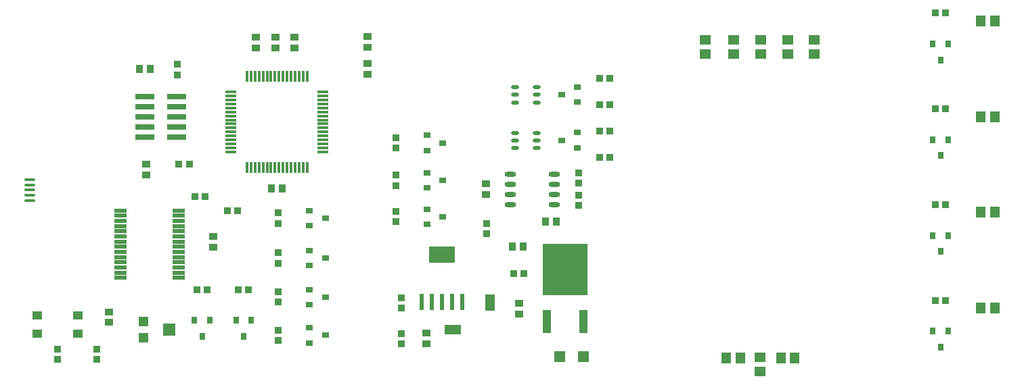
<source format=gbr>
%TF.GenerationSoftware,Altium Limited,Altium Designer,19.0.10 (269)*%
G04 Layer_Color=128*
%FSLAX26Y26*%
%MOIN*%
%TF.FileFunction,Paste,Bot*%
%TF.Part,Single*%
G01*
G75*
%TA.AperFunction,SMDPad,CuDef*%
%ADD20R,0.031496X0.035433*%
%ADD21R,0.033465X0.037402*%
%ADD22R,0.045276X0.053150*%
%ADD23R,0.094488X0.029921*%
%ADD24R,0.064961X0.019291*%
%ADD25R,0.011811X0.053150*%
%ADD26R,0.053150X0.011811*%
%ADD27R,0.023622X0.082677*%
%ADD28R,0.125984X0.082677*%
%ADD29O,0.039370X0.019685*%
%ADD30O,0.057087X0.023622*%
%ADD31R,0.080709X0.045276*%
%ADD32R,0.045276X0.080709*%
%ADD33R,0.037402X0.033465*%
%ADD34R,0.059055X0.062992*%
%ADD35R,0.047244X0.047244*%
%ADD36R,0.053150X0.045276*%
%ADD37R,0.039370X0.118110*%
%ADD38R,0.218504X0.251969*%
%ADD39R,0.035433X0.031496*%
%TA.AperFunction,ConnectorPad*%
G04:AMPARAMS|DCode=40|XSize=15.748mil|YSize=51.181mil|CornerRadius=3.937mil|HoleSize=0mil|Usage=FLASHONLY|Rotation=90.000|XOffset=0mil|YOffset=0mil|HoleType=Round|Shape=RoundedRectangle|*
%AMROUNDEDRECTD40*
21,1,0.015748,0.043307,0,0,90.0*
21,1,0.007874,0.051181,0,0,90.0*
1,1,0.007874,0.021654,0.003937*
1,1,0.007874,0.021654,-0.003937*
1,1,0.007874,-0.021654,-0.003937*
1,1,0.007874,-0.021654,0.003937*
%
%ADD40ROUNDEDRECTD40*%
%TA.AperFunction,SMDPad,CuDef*%
%ADD41R,0.051181X0.043307*%
%ADD42R,0.053150X0.057087*%
%ADD43R,0.039370X0.035433*%
%ADD44R,0.035433X0.039370*%
D20*
X4625984Y744055D02*
D03*
X4663386Y822795D02*
D03*
X4588583D02*
D03*
X4625984Y1688937D02*
D03*
X4663386Y1767677D02*
D03*
X4588583D02*
D03*
X4625984Y1216496D02*
D03*
X4663386Y1295236D02*
D03*
X4588583D02*
D03*
X4625984Y271614D02*
D03*
X4663386Y350354D02*
D03*
X4588583D02*
D03*
X989409Y324882D02*
D03*
X1026811Y403622D02*
D03*
X952008D02*
D03*
X1192913Y324882D02*
D03*
X1230315Y403622D02*
D03*
X1155512D02*
D03*
D21*
X4651575Y1920236D02*
D03*
X4600394D02*
D03*
X4651575Y1447795D02*
D03*
X4600394D02*
D03*
X4651575Y975354D02*
D03*
X4600394D02*
D03*
X4651575Y502913D02*
D03*
X4600394D02*
D03*
X926181Y1173228D02*
D03*
X875000D02*
D03*
X953740Y1013779D02*
D03*
X1004921D02*
D03*
X963819Y556181D02*
D03*
X1015000D02*
D03*
X1113189Y945866D02*
D03*
X1164370D02*
D03*
X1167323Y555118D02*
D03*
X1218504D02*
D03*
X2523622Y635827D02*
D03*
X2574803D02*
D03*
X2997047Y1598097D02*
D03*
X2945866D02*
D03*
X2997047Y1467848D02*
D03*
X2945866D02*
D03*
X2997047Y1337598D02*
D03*
X2945866D02*
D03*
X2997047Y1207349D02*
D03*
X2945866D02*
D03*
D22*
X4824803Y937008D02*
D03*
X4893701D02*
D03*
X4824803Y1880637D02*
D03*
X4893701D02*
D03*
X4824803Y1409449D02*
D03*
X4893701D02*
D03*
X4824803Y463583D02*
D03*
X4893701D02*
D03*
X3640748Y219488D02*
D03*
X3571850D02*
D03*
X3839567Y218504D02*
D03*
X3908464D02*
D03*
D23*
X862205Y1509449D02*
D03*
X708662D02*
D03*
X862205Y1459449D02*
D03*
X708662D02*
D03*
X862205Y1409449D02*
D03*
X708662D02*
D03*
X862205Y1359449D02*
D03*
X708662D02*
D03*
X862205Y1309449D02*
D03*
X708662D02*
D03*
D24*
X588583Y613189D02*
D03*
Y638780D02*
D03*
Y664370D02*
D03*
Y689961D02*
D03*
Y715551D02*
D03*
Y741142D02*
D03*
Y766732D02*
D03*
Y792323D02*
D03*
Y817913D02*
D03*
Y843504D02*
D03*
Y869095D02*
D03*
Y894685D02*
D03*
Y920276D02*
D03*
Y945866D02*
D03*
X874016Y613189D02*
D03*
Y638780D02*
D03*
Y664370D02*
D03*
Y689961D02*
D03*
Y715551D02*
D03*
Y741142D02*
D03*
Y766732D02*
D03*
Y792323D02*
D03*
Y817913D02*
D03*
Y843504D02*
D03*
Y869095D02*
D03*
Y894685D02*
D03*
Y920276D02*
D03*
Y945866D02*
D03*
D25*
X1210630Y1609252D02*
D03*
X1230315D02*
D03*
X1250000D02*
D03*
X1269685D02*
D03*
X1289370D02*
D03*
X1309055D02*
D03*
X1328740D02*
D03*
X1348425D02*
D03*
X1368110D02*
D03*
X1387795D02*
D03*
X1407480D02*
D03*
X1427165D02*
D03*
X1446850D02*
D03*
X1466535D02*
D03*
X1486220D02*
D03*
X1505906D02*
D03*
Y1156496D02*
D03*
X1486220D02*
D03*
X1466535D02*
D03*
X1446850D02*
D03*
X1427165D02*
D03*
X1407480D02*
D03*
X1387795D02*
D03*
X1368110D02*
D03*
X1348425D02*
D03*
X1328740D02*
D03*
X1309055D02*
D03*
X1289370D02*
D03*
X1269685D02*
D03*
X1250000D02*
D03*
X1230315D02*
D03*
X1210630D02*
D03*
D26*
X1584646Y1530512D02*
D03*
Y1510827D02*
D03*
Y1491142D02*
D03*
Y1471457D02*
D03*
Y1451772D02*
D03*
Y1432087D02*
D03*
Y1412402D02*
D03*
Y1392717D02*
D03*
Y1373032D02*
D03*
Y1353347D02*
D03*
Y1333661D02*
D03*
Y1313976D02*
D03*
Y1294291D02*
D03*
Y1274606D02*
D03*
Y1254921D02*
D03*
Y1235236D02*
D03*
X1131890D02*
D03*
Y1254921D02*
D03*
Y1274606D02*
D03*
Y1294291D02*
D03*
Y1313976D02*
D03*
Y1333661D02*
D03*
Y1353347D02*
D03*
Y1373032D02*
D03*
Y1392717D02*
D03*
Y1412402D02*
D03*
Y1432087D02*
D03*
Y1451772D02*
D03*
Y1471457D02*
D03*
Y1491142D02*
D03*
Y1510827D02*
D03*
Y1530512D02*
D03*
D27*
X2271260Y493110D02*
D03*
X2221260D02*
D03*
X2171260D02*
D03*
X2121260D02*
D03*
X2071260D02*
D03*
D28*
X2171260Y727362D02*
D03*
D29*
X2635827Y1553937D02*
D03*
Y1516535D02*
D03*
Y1479134D02*
D03*
X2529528Y1553937D02*
D03*
Y1516535D02*
D03*
Y1479134D02*
D03*
X2637795Y1328740D02*
D03*
Y1291339D02*
D03*
Y1253937D02*
D03*
X2531496Y1328740D02*
D03*
Y1291339D02*
D03*
Y1253937D02*
D03*
D30*
X2722441Y1126181D02*
D03*
Y1076181D02*
D03*
Y1026181D02*
D03*
Y976181D02*
D03*
X2507874Y1126181D02*
D03*
Y1076181D02*
D03*
Y1026181D02*
D03*
Y976181D02*
D03*
D31*
X2223425Y359252D02*
D03*
D32*
X2407480Y490158D02*
D03*
D33*
X277559Y262795D02*
D03*
Y211614D02*
D03*
X471457Y262795D02*
D03*
Y211614D02*
D03*
X868110Y1615157D02*
D03*
Y1666339D02*
D03*
X1364173Y737205D02*
D03*
Y686024D02*
D03*
Y544370D02*
D03*
Y493189D02*
D03*
X1364225Y355303D02*
D03*
Y304122D02*
D03*
X1364461Y933182D02*
D03*
Y882001D02*
D03*
X1943898Y1305040D02*
D03*
Y1253859D02*
D03*
X1943898Y1120000D02*
D03*
Y1068819D02*
D03*
Y942835D02*
D03*
Y891654D02*
D03*
X1969488Y514764D02*
D03*
Y463583D02*
D03*
Y339567D02*
D03*
Y288386D02*
D03*
X2389370Y831693D02*
D03*
Y882874D02*
D03*
X2844488Y1132874D02*
D03*
Y1081693D02*
D03*
Y1022638D02*
D03*
Y971457D02*
D03*
D34*
X826772Y358268D02*
D03*
D35*
X698819Y397638D02*
D03*
Y318898D02*
D03*
D36*
X3467520Y1718504D02*
D03*
Y1787402D02*
D03*
X3606299Y1718504D02*
D03*
Y1787402D02*
D03*
X3737010Y221457D02*
D03*
Y152559D02*
D03*
X3740157Y1718504D02*
D03*
Y1787402D02*
D03*
X3873032Y1718504D02*
D03*
Y1787402D02*
D03*
X4004921Y1718504D02*
D03*
Y1787402D02*
D03*
D37*
X2868701Y399606D02*
D03*
X2688386D02*
D03*
D38*
X2778543Y653543D02*
D03*
D39*
X1595472Y711614D02*
D03*
X1516732Y749016D02*
D03*
Y674213D02*
D03*
X1595472Y518779D02*
D03*
X1516732Y556181D02*
D03*
Y481378D02*
D03*
X1595524Y329712D02*
D03*
X1516784Y367114D02*
D03*
Y292311D02*
D03*
X1595760Y907591D02*
D03*
X1517020Y944993D02*
D03*
Y870190D02*
D03*
X2175197Y1279449D02*
D03*
X2096457Y1316851D02*
D03*
Y1242047D02*
D03*
X2175197Y1094410D02*
D03*
X2096457Y1131811D02*
D03*
Y1057008D02*
D03*
X2175197Y915276D02*
D03*
X2096457Y952677D02*
D03*
Y877874D02*
D03*
X2759842Y1517717D02*
D03*
X2838583Y1480315D02*
D03*
Y1555118D02*
D03*
X2759842Y1292323D02*
D03*
X2838583Y1254921D02*
D03*
Y1329725D02*
D03*
D40*
X139764Y1098425D02*
D03*
Y1072834D02*
D03*
Y1047244D02*
D03*
Y1021653D02*
D03*
Y996063D02*
D03*
D41*
X177165Y337598D02*
D03*
Y428150D02*
D03*
X377953Y337598D02*
D03*
Y428150D02*
D03*
D42*
X2751969Y223425D02*
D03*
X2868110D02*
D03*
D43*
X529528Y393150D02*
D03*
Y446299D02*
D03*
X713583Y1120079D02*
D03*
Y1173228D02*
D03*
X1043307Y765748D02*
D03*
Y818898D02*
D03*
X1254921Y1800197D02*
D03*
Y1747047D02*
D03*
X1348918Y1800197D02*
D03*
Y1747047D02*
D03*
X1442914Y1800197D02*
D03*
Y1747047D02*
D03*
X1803150Y1752953D02*
D03*
Y1806102D02*
D03*
Y1672244D02*
D03*
Y1619094D02*
D03*
X2094488Y341535D02*
D03*
Y288386D02*
D03*
X2387795Y1024606D02*
D03*
Y1077756D02*
D03*
X2551181Y436024D02*
D03*
Y489173D02*
D03*
D44*
X735236Y1644685D02*
D03*
X682087D02*
D03*
X1384843Y1054134D02*
D03*
X1331693D02*
D03*
X2518701Y768701D02*
D03*
X2571850D02*
D03*
X2733268Y889764D02*
D03*
X2680118D02*
D03*
%TF.MD5,3d80ed0b8a9abb3e86a43b847a76f78e*%
M02*

</source>
